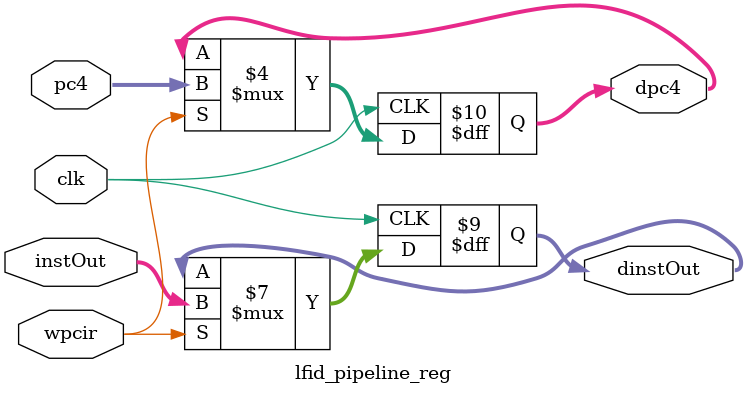
<source format=v>
`timescale 1ns / 1ps
module lfid_pipeline_reg(
input [31:0] instOut,
input clk,

input wpcir,
input [31:0] pc4,

output reg [31:0] dinstOut,
output reg [31:0] dpc4
);

always@(posedge clk)
    begin
    if( wpcir == 1)
        begin
            dinstOut = instOut;
            dpc4 = pc4;
        end
    end
endmodule
</source>
